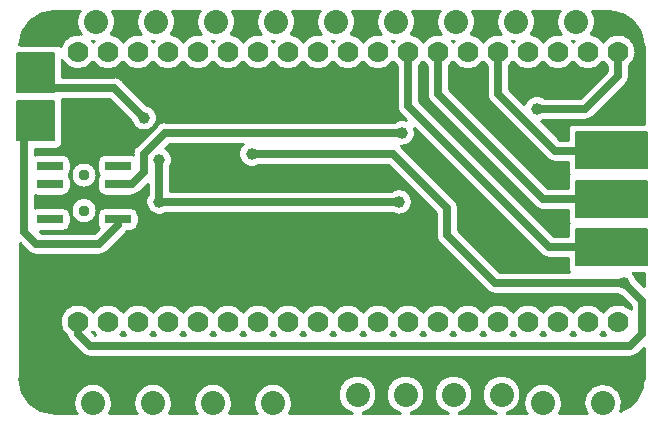
<source format=gbl>
G04 Generated by Ultiboard 12.0 *
%FSLAX25Y25*%
%MOIN*%

%ADD10C,0.00001*%
%ADD11C,0.00500*%
%ADD12C,0.01000*%
%ADD13C,0.02500*%
%ADD14C,0.08000*%
%ADD15C,0.07000*%
%ADD16C,0.03701*%
%ADD17R,0.08661X0.02953*%
%ADD18C,0.03937*%


G04 ColorRGB 0000FF for the following layer *
%LNCopper Bottom*%
%LPD*%
G54D10*
G36*
X82402Y85232D02*
G75*
D01*
G02X76914Y92232I-2407J3764*
G01*
X76914Y92232D01*
X52561Y92232D01*
X51212Y90883D01*
G75*
D01*
G02X52768Y84598I-2211J-3883*
G01*
X52768Y84598D01*
X52768Y76768D01*
X126598Y76768D01*
G75*
D01*
G02X126598Y69232I2401J-3768*
G01*
X126598Y69232D01*
X51402Y69232D01*
G75*
D01*
G02X45232Y75402I-2404J3766*
G01*
X45232Y75402D01*
X45232Y78903D01*
X42620Y76292D01*
G74*
D01*
G02X40925Y75312I2668J2659*
G01*
G74*
D01*
G02X39650Y74964I1275J2163*
G01*
X39650Y74964D01*
X30988Y74964D01*
G75*
D01*
G02X28476Y77476I0J2512*
G01*
X28476Y77476D01*
X28476Y80429D01*
G74*
D01*
G02X28956Y81906I2512J0*
G01*
G75*
D01*
G02X28476Y83382I2031J1477*
G01*
X28476Y83382D01*
X28476Y86335D01*
G75*
D01*
G02X30988Y88847I2512J0*
G01*
X30988Y88847D01*
X39650Y88847D01*
G74*
D01*
G02X40232Y88778I3J2512*
G01*
X40232Y88778D01*
X40232Y88997D01*
G75*
D01*
G02X41336Y91664I3768J2*
G01*
X41336Y91664D01*
X41646Y91975D01*
X41998Y92327D01*
X48336Y98664D01*
G75*
D01*
G02X51002Y99768I2664J-2663*
G01*
X51002Y99768D01*
X127598Y99768D01*
G75*
D01*
G02X131441Y100230I2402J-3767*
G01*
X131441Y100230D01*
X129336Y102336D01*
G75*
D01*
G02X128232Y105006I2663J2664*
G01*
X128232Y105006D01*
X128232Y118331D01*
G74*
D01*
G02X127000Y119683I3766J4669*
G01*
G75*
D01*
G02X117000Y119683I-5000J3317*
G01*
G75*
D01*
G02X107000Y119683I-5000J3317*
G01*
G75*
D01*
G02X97000Y119683I-5000J3317*
G01*
G75*
D01*
G02X87000Y119683I-5000J3317*
G01*
G75*
D01*
G02X77000Y119683I-5000J3317*
G01*
G75*
D01*
G02X67000Y119683I-5000J3317*
G01*
G75*
D01*
G02X57000Y119683I-5000J3317*
G01*
G75*
D01*
G02X47000Y119683I-5000J3317*
G01*
G75*
D01*
G02X37000Y119683I-5000J3317*
G01*
G75*
D01*
G02X27000Y119683I-5000J3317*
G01*
G75*
D01*
G02X16750Y120095I-5000J3317*
G01*
X16750Y120095D01*
X16750Y114768D01*
X34000Y114768D01*
G74*
D01*
G02X36668Y113661I0J3768*
G01*
X36668Y113661D01*
X44966Y105363D01*
G75*
D01*
G02X39637Y100034I-967J-4362*
G01*
X39637Y100034D01*
X32439Y107232D01*
X16750Y107232D01*
X16750Y92370D01*
G75*
D01*
G02X16700Y91975I-1588J0*
G01*
X16700Y91975D01*
X16700Y91975D01*
G74*
D01*
G02X15162Y90782I1537J394*
G01*
X15162Y90782D01*
X7768Y90782D01*
X7768Y88778D01*
G75*
D01*
G02X8350Y88847I585J-2442*
G01*
X8350Y88847D01*
X17012Y88847D01*
G74*
D01*
G02X19524Y86335I0J2512*
G01*
X19524Y86335D01*
X19524Y83382D01*
G75*
D01*
G02X19044Y81906I-2512J1*
G01*
G74*
D01*
G02X19524Y80429I2032J1477*
G01*
X19524Y80429D01*
X19524Y77476D01*
G75*
D01*
G02X17012Y74964I-2512J0*
G01*
X17012Y74964D01*
X8350Y74964D01*
G75*
D01*
G02X7768Y75033I3J2512*
G01*
X7768Y75033D01*
X7768Y71062D01*
G75*
D01*
G02X8350Y71130I581J-2444*
G01*
X8350Y71130D01*
X17012Y71130D01*
G74*
D01*
G02X19524Y68618I0J2512*
G01*
X19524Y68618D01*
X19524Y65665D01*
G75*
D01*
G02X17012Y63153I-2512J0*
G01*
X17012Y63153D01*
X9176Y63153D01*
X9561Y62768D01*
X27439Y62768D01*
X28916Y64245D01*
G75*
D01*
G02X28476Y65665I2071J1420*
G01*
X28476Y65665D01*
X28476Y68618D01*
G75*
D01*
G02X30988Y71130I2512J0*
G01*
X30988Y71130D01*
X39650Y71130D01*
G74*
D01*
G02X42162Y68618I0J2512*
G01*
X42162Y68618D01*
X42162Y65665D01*
G75*
D01*
G02X39650Y63153I-2512J0*
G01*
X39650Y63153D01*
X38403Y63153D01*
G74*
D01*
G02X37980Y62651I3082J2168*
G01*
X37980Y62651D01*
X31668Y56339D01*
G74*
D01*
G02X30094Y55394I2668J2661*
G01*
G75*
D01*
G02X28996Y55232I-1093J3606*
G01*
X28996Y55232D01*
X8000Y55232D01*
G75*
D01*
G02X7061Y55351I0J3768*
G01*
G74*
D01*
G02X5336Y56336I939J3648*
G01*
X5336Y56336D01*
X2512Y59159D01*
X2512Y14115D01*
G74*
D01*
G02X2513Y14036I2512J71*
G01*
G75*
D01*
G03X14036Y2513I11523J0*
G01*
G74*
D01*
G02X14115Y2512I8J2513*
G01*
X14115Y2512D01*
X21515Y2512D01*
G75*
D01*
G02X32485Y2512I5485J3488*
G01*
X32485Y2512D01*
X41515Y2512D01*
G75*
D01*
G02X52485Y2512I5485J3488*
G01*
X52485Y2512D01*
X61515Y2512D01*
G75*
D01*
G02X72485Y2512I5485J3488*
G01*
X72485Y2512D01*
X81515Y2512D01*
G75*
D01*
G02X92485Y2512I5485J3488*
G01*
X92485Y2512D01*
X113349Y2512D01*
G75*
D01*
G02X116988Y2512I1820J6239*
G01*
X116988Y2512D01*
X129349Y2512D01*
G75*
D01*
G02X132988Y2512I1820J6239*
G01*
X132988Y2512D01*
X145349Y2512D01*
G75*
D01*
G02X148988Y2512I1820J6239*
G01*
X148988Y2512D01*
X161349Y2512D01*
G75*
D01*
G02X164988Y2512I1820J6239*
G01*
X164988Y2512D01*
X171515Y2512D01*
G75*
D01*
G02X182485Y2512I5485J3488*
G01*
X182485Y2512D01*
X191515Y2512D01*
G75*
D01*
G02X202863Y3193I5485J3488*
G01*
G75*
D01*
G03X210487Y14036I-3898J10843*
G01*
G74*
D01*
G02X210488Y14115I2513J8*
G01*
X210488Y14115D01*
X210488Y24159D01*
X208668Y22339D01*
G74*
D01*
G02X206000Y21232I2668J2661*
G01*
X206000Y21232D01*
X26003Y21232D01*
G75*
D01*
G02X23336Y22336I-2J3768*
G01*
X23336Y22336D01*
X19336Y26336D01*
G74*
D01*
G02X18302Y28275I2662J2665*
G01*
G75*
D01*
G02X27000Y36317I3699J4724*
G01*
G75*
D01*
G02X37000Y36317I5000J-3317*
G01*
G75*
D01*
G02X47000Y36317I5000J-3317*
G01*
G75*
D01*
G02X57000Y36317I5000J-3317*
G01*
G75*
D01*
G02X67000Y36317I5000J-3317*
G01*
G75*
D01*
G02X77000Y36317I5000J-3317*
G01*
G75*
D01*
G02X87000Y36317I5000J-3317*
G01*
G75*
D01*
G02X97000Y36317I5000J-3317*
G01*
G75*
D01*
G02X107000Y36317I5000J-3317*
G01*
G75*
D01*
G02X117000Y36317I5000J-3317*
G01*
G75*
D01*
G02X127000Y36317I5000J-3317*
G01*
G75*
D01*
G02X137000Y36317I5000J-3317*
G01*
G75*
D01*
G02X147000Y36317I5000J-3317*
G01*
G75*
D01*
G02X157000Y36317I5000J-3317*
G01*
G75*
D01*
G02X167000Y36317I5000J-3317*
G01*
G75*
D01*
G02X177000Y36317I5000J-3317*
G01*
G75*
D01*
G02X187000Y36317I5000J-3317*
G01*
G75*
D01*
G02X197000Y36317I5000J-3317*
G01*
G75*
D01*
G02X206232Y37253I5000J-3317*
G01*
X206232Y37253D01*
X206232Y38439D01*
X203034Y41637D01*
G74*
D01*
G02X201598Y42232I966J4362*
G01*
X201598Y42232D01*
X161001Y42232D01*
G75*
D01*
G02X158336Y43336I0J3768*
G01*
X158336Y43336D01*
X142336Y59336D01*
G75*
D01*
G02X141232Y62003I2663J2664*
G01*
X141232Y62003D01*
X141232Y69439D01*
X125439Y85232D01*
X82402Y85232D01*
D02*
G37*
%LPC*%
G36*
X19650Y70094D02*
G75*
D01*
G02X19650Y70094I4350J0*
G01*
D02*
G37*
G36*
X19650Y81906D02*
G75*
D01*
G02X19650Y81906I4350J0*
G01*
D02*
G37*
%LPD*%
G36*
X135768Y118331D02*
X135768Y118331D01*
X135768Y106561D01*
X150354Y91975D01*
X150354Y91975D01*
X180561Y61768D01*
X185250Y61768D01*
X185250Y65162D01*
G74*
D01*
G02X185489Y66000I1588J0*
G01*
G75*
D01*
G02X185250Y66838I1349J838*
G01*
X185250Y66838D01*
X185250Y70232D01*
X177000Y70232D01*
G75*
D01*
G02X176377Y70284I1J3768*
G01*
G74*
D01*
G02X174336Y71336I623J3715*
G01*
X174336Y71336D01*
X153696Y91975D01*
X153696Y91975D01*
X139336Y106336D01*
G75*
D01*
G02X138232Y109007I2663J2664*
G01*
X138232Y109007D01*
X138232Y118331D01*
G74*
D01*
G02X137000Y119683I3766J4669*
G01*
G74*
D01*
G02X135768Y118331I4999J3318*
G01*
D02*
G37*
G36*
X134230Y97441D02*
G75*
D01*
G02X129793Y91536I-4229J-1442*
G01*
X129793Y91536D01*
X147661Y73668D01*
G74*
D01*
G02X148768Y71000I2661J2668*
G01*
X148768Y71000D01*
X148768Y63561D01*
X162561Y49768D01*
X185664Y49768D01*
G75*
D01*
G02X185250Y50838I1174J1069*
G01*
X185250Y50838D01*
X185250Y54232D01*
X179000Y54232D01*
G75*
D01*
G02X177763Y54441I0J3768*
G01*
G74*
D01*
G02X176336Y55336I1237J3558*
G01*
X176336Y55336D01*
X139696Y91975D01*
X134230Y97441D01*
D02*
G37*
G36*
X145768Y118331D02*
X145768Y118331D01*
X145768Y110561D01*
X164354Y91975D01*
X164354Y91975D01*
X178561Y77768D01*
X185250Y77768D01*
X185250Y81162D01*
G74*
D01*
G02X185586Y82139I1588J0*
G01*
G75*
D01*
G02X185329Y83004I1330J866*
G01*
X185329Y83004D01*
X185329Y86232D01*
X181004Y86232D01*
G75*
D01*
G02X178336Y87336I-3J3768*
G01*
X178336Y87336D01*
X159336Y106336D01*
G75*
D01*
G02X158232Y109005I2663J2664*
G01*
X158232Y109005D01*
X158232Y118331D01*
G74*
D01*
G02X157000Y119683I3766J4669*
G01*
G75*
D01*
G02X147000Y119683I-5000J3317*
G01*
G74*
D01*
G02X145768Y118331I4999J3318*
G01*
D02*
G37*
G36*
X185329Y97328D02*
G75*
D01*
G02X186917Y98916I1588J0*
G01*
X186917Y98916D01*
X210488Y98916D01*
X210488Y124885D01*
G75*
D01*
G02X210487Y124964I2512J71*
G01*
G74*
D01*
G03X198964Y136487I11523J0*
G01*
G75*
D01*
G02X198885Y136488I-8J2513*
G01*
X198885Y136488D01*
X193485Y136488D01*
G75*
D01*
G02X193050Y128907I-5485J-3488*
G01*
G74*
D01*
G02X197000Y126317I1049J5907*
G01*
G75*
D01*
G02X205768Y118331I5000J-3317*
G01*
X205768Y118331D01*
X205768Y115000D01*
G75*
D01*
G02X204661Y112332I-3768J0*
G01*
X204661Y112332D01*
X193668Y101339D01*
G74*
D01*
G02X191000Y100232I2668J2661*
G01*
X191000Y100232D01*
X177402Y100232D01*
G74*
D01*
G02X176528Y99801I2401J3768*
G01*
X176528Y99801D01*
X182561Y93768D01*
X185329Y93768D01*
X185329Y97328D01*
D02*
G37*
G36*
X187000Y119683D02*
G75*
D01*
G02X177000Y119683I-5000J3317*
G01*
G75*
D01*
G02X167000Y119683I-5000J3317*
G01*
G74*
D01*
G02X165768Y118331I4999J3318*
G01*
X165768Y118331D01*
X165768Y110561D01*
X170801Y105528D01*
G75*
D01*
G02X177402Y107768I4199J-1527*
G01*
X177402Y107768D01*
X189439Y107768D01*
X198232Y116561D01*
X198232Y118331D01*
G74*
D01*
G02X197000Y119683I3766J4669*
G01*
G75*
D01*
G02X187000Y119683I-5000J3317*
G01*
D02*
G37*
G36*
X211744Y64000D02*
X211744Y64000D01*
X211744Y52000D01*
X188000Y52000D01*
X188000Y64000D01*
X211744Y64000D01*
D02*
G37*
G36*
X211744Y80000D02*
X211744Y80000D01*
X211744Y68000D01*
X188000Y68000D01*
X188000Y80000D01*
X211744Y80000D01*
D02*
G37*
G36*
X211744Y96166D02*
X211744Y96166D01*
X211744Y84166D01*
X188079Y84166D01*
X188079Y96166D01*
X211744Y96166D01*
D02*
G37*
G36*
X22515Y136488D02*
X22515Y136488D01*
X14115Y136488D01*
G74*
D01*
G02X14036Y136487I71J2512*
G01*
G75*
D01*
G03X2518Y125282I1J-11523*
G01*
X2518Y125282D01*
X15162Y125282D01*
G74*
D01*
G02X16282Y124819I1J1588*
G01*
G75*
D01*
G02X22935Y128927I5718J-1819*
G01*
G75*
D01*
G02X22515Y136488I5064J4073*
G01*
D02*
G37*
G36*
X14000Y93532D02*
X14000Y93532D01*
X14000Y106532D01*
X1500Y106532D01*
X1500Y93532D01*
X14000Y93532D01*
D02*
G37*
G36*
X14000Y109532D02*
X14000Y109532D01*
X14000Y122532D01*
X1500Y122532D01*
X1500Y109532D01*
X14000Y109532D01*
D02*
G37*
G36*
X157000Y126317D02*
G75*
D01*
G02X162935Y128927I5000J-3317*
G01*
G75*
D01*
G02X162515Y136488I5064J4073*
G01*
X162515Y136488D01*
X153485Y136488D01*
G75*
D01*
G02X153050Y128907I-5485J-3488*
G01*
G74*
D01*
G02X157000Y126317I1049J5907*
G01*
D02*
G37*
G36*
X177000Y126317D02*
G75*
D01*
G02X182935Y128927I5000J-3317*
G01*
G75*
D01*
G02X182515Y136488I5064J4073*
G01*
X182515Y136488D01*
X173485Y136488D01*
G75*
D01*
G02X173050Y128907I-5485J-3488*
G01*
G74*
D01*
G02X177000Y126317I1049J5907*
G01*
D02*
G37*
G36*
X42935Y128927D02*
G75*
D01*
G02X42515Y136488I5064J4073*
G01*
X42515Y136488D01*
X33485Y136488D01*
G75*
D01*
G02X33050Y128907I-5485J-3488*
G01*
G74*
D01*
G02X37000Y126317I1049J5907*
G01*
G75*
D01*
G02X42935Y128927I5000J-3317*
G01*
D02*
G37*
G36*
X62515Y136488D02*
X62515Y136488D01*
X53485Y136488D01*
G75*
D01*
G02X53050Y128907I-5485J-3488*
G01*
G74*
D01*
G02X57000Y126317I1049J5907*
G01*
G75*
D01*
G02X62935Y128927I5000J-3317*
G01*
G75*
D01*
G02X62515Y136488I5064J4073*
G01*
D02*
G37*
G36*
X82935Y128927D02*
G75*
D01*
G02X82515Y136488I5064J4073*
G01*
X82515Y136488D01*
X73485Y136488D01*
G75*
D01*
G02X73050Y128907I-5485J-3488*
G01*
G74*
D01*
G02X77000Y126317I1049J5907*
G01*
G75*
D01*
G02X82935Y128927I5000J-3317*
G01*
D02*
G37*
G36*
X97000Y126317D02*
G75*
D01*
G02X102935Y128927I5000J-3317*
G01*
G75*
D01*
G02X102515Y136488I5064J4073*
G01*
X102515Y136488D01*
X93485Y136488D01*
G75*
D01*
G02X93050Y128907I-5485J-3488*
G01*
G74*
D01*
G02X97000Y126317I1049J5907*
G01*
D02*
G37*
G36*
X117000Y126317D02*
G75*
D01*
G02X122935Y128927I5000J-3317*
G01*
G75*
D01*
G02X122515Y136488I5064J4073*
G01*
X122515Y136488D01*
X113485Y136488D01*
G75*
D01*
G02X113050Y128907I-5485J-3488*
G01*
G74*
D01*
G02X117000Y126317I1049J5907*
G01*
D02*
G37*
G36*
X137000Y126317D02*
G75*
D01*
G02X142935Y128927I5000J-3317*
G01*
G75*
D01*
G02X142515Y136488I5064J4073*
G01*
X142515Y136488D01*
X133485Y136488D01*
G75*
D01*
G02X133050Y128907I-5485J-3488*
G01*
G74*
D01*
G02X137000Y126317I1049J5907*
G01*
D02*
G37*
G36*
X207067Y49250D02*
X207067Y49250D01*
X210488Y49250D01*
X210488Y44841D01*
X208363Y46966D01*
G74*
D01*
G03X207067Y49250I4362J966*
G01*
D02*
G37*
G36*
X107000Y29683D02*
G74*
D01*
G02X106253Y28768I4999J3319*
G01*
X106253Y28768D01*
X107747Y28768D01*
G74*
D01*
G02X107000Y29683I4251J4233*
G01*
D02*
G37*
G36*
X117000Y29683D02*
G74*
D01*
G02X116253Y28768I4999J3319*
G01*
X116253Y28768D01*
X117747Y28768D01*
G74*
D01*
G02X117000Y29683I4251J4233*
G01*
D02*
G37*
G36*
X127000Y29683D02*
G74*
D01*
G02X126253Y28768I4999J3319*
G01*
X126253Y28768D01*
X127747Y28768D01*
G74*
D01*
G02X127000Y29683I4251J4233*
G01*
D02*
G37*
G36*
X87000Y29683D02*
G74*
D01*
G02X86253Y28768I4999J3319*
G01*
X86253Y28768D01*
X87747Y28768D01*
G74*
D01*
G02X87000Y29683I4251J4233*
G01*
D02*
G37*
G36*
X37000Y29683D02*
G74*
D01*
G02X36253Y28768I4999J3319*
G01*
X36253Y28768D01*
X37747Y28768D01*
G74*
D01*
G02X37000Y29683I4251J4233*
G01*
D02*
G37*
G36*
X47000Y29683D02*
G74*
D01*
G02X46253Y28768I4999J3319*
G01*
X46253Y28768D01*
X47747Y28768D01*
G74*
D01*
G02X47000Y29683I4251J4233*
G01*
D02*
G37*
G36*
X57000Y29683D02*
G74*
D01*
G02X56253Y28768I4999J3319*
G01*
X56253Y28768D01*
X57747Y28768D01*
G74*
D01*
G02X57000Y29683I4251J4233*
G01*
D02*
G37*
G36*
X67000Y29683D02*
G74*
D01*
G02X66253Y28768I4999J3319*
G01*
X66253Y28768D01*
X67747Y28768D01*
G74*
D01*
G02X67000Y29683I4251J4233*
G01*
D02*
G37*
G36*
X77000Y29683D02*
G74*
D01*
G02X76253Y28768I4999J3319*
G01*
X76253Y28768D01*
X77747Y28768D01*
G74*
D01*
G02X77000Y29683I4251J4233*
G01*
D02*
G37*
G36*
X97747Y28768D02*
G74*
D01*
G02X97000Y29683I4251J4233*
G01*
G74*
D01*
G02X96253Y28768I4999J3319*
G01*
X96253Y28768D01*
X97747Y28768D01*
D02*
G37*
G36*
X137000Y29683D02*
G74*
D01*
G02X136253Y28768I4999J3319*
G01*
X136253Y28768D01*
X137747Y28768D01*
G74*
D01*
G02X137000Y29683I4251J4233*
G01*
D02*
G37*
G36*
X197000Y29683D02*
G74*
D01*
G03X197747Y28768I4999J3319*
G01*
X197747Y28768D01*
X196253Y28768D01*
G74*
D01*
G03X197000Y29683I4251J4233*
G01*
D02*
G37*
G36*
X186253Y28768D02*
X186253Y28768D01*
X187747Y28768D01*
G74*
D01*
G02X187000Y29683I4251J4233*
G01*
G74*
D01*
G02X186253Y28768I4999J3319*
G01*
D02*
G37*
G36*
X177000Y29683D02*
G74*
D01*
G02X176253Y28768I4999J3319*
G01*
X176253Y28768D01*
X177747Y28768D01*
G74*
D01*
G02X177000Y29683I4251J4233*
G01*
D02*
G37*
G36*
X167000Y29683D02*
G74*
D01*
G02X166253Y28768I4999J3319*
G01*
X166253Y28768D01*
X167747Y28768D01*
G74*
D01*
G02X167000Y29683I4251J4233*
G01*
D02*
G37*
G36*
X157000Y29683D02*
G74*
D01*
G02X156253Y28768I4999J3319*
G01*
X156253Y28768D01*
X157747Y28768D01*
G74*
D01*
G02X157000Y29683I4251J4233*
G01*
D02*
G37*
G36*
X147000Y29683D02*
G74*
D01*
G02X146253Y28768I4999J3319*
G01*
X146253Y28768D01*
X147747Y28768D01*
G74*
D01*
G02X147000Y29683I4251J4233*
G01*
D02*
G37*
G36*
X27000Y29683D02*
G74*
D01*
G02X26855Y29474I5001J3315*
G01*
X26855Y29474D01*
X27561Y28768D01*
X27747Y28768D01*
G74*
D01*
G02X27000Y29683I4251J4233*
G01*
D02*
G37*
G36*
X67166Y126554D02*
G74*
D01*
G02X66790Y126614I836J6445*
G01*
G74*
D01*
G02X67000Y126317I4792J3611*
G01*
G74*
D01*
G02X67166Y126554I4996J3323*
G01*
D02*
G37*
G36*
X86790Y126614D02*
G74*
D01*
G02X87000Y126317I4792J3611*
G01*
G74*
D01*
G02X87166Y126554I4996J3323*
G01*
G74*
D01*
G02X86790Y126614I836J6445*
G01*
D02*
G37*
G36*
X107000Y126317D02*
G74*
D01*
G02X107166Y126554I4996J3323*
G01*
G74*
D01*
G02X106790Y126614I836J6445*
G01*
G74*
D01*
G02X107000Y126317I4792J3611*
G01*
D02*
G37*
G36*
X127000Y126317D02*
G74*
D01*
G02X127166Y126554I4996J3323*
G01*
G74*
D01*
G02X126790Y126614I836J6445*
G01*
G74*
D01*
G02X127000Y126317I4792J3611*
G01*
D02*
G37*
G36*
X27166Y126554D02*
G74*
D01*
G02X26790Y126614I836J6445*
G01*
G74*
D01*
G02X27000Y126317I4792J3611*
G01*
G74*
D01*
G02X27166Y126554I4996J3323*
G01*
D02*
G37*
G36*
X46790Y126614D02*
G74*
D01*
G02X47000Y126317I4792J3611*
G01*
G74*
D01*
G02X47166Y126554I4996J3323*
G01*
G74*
D01*
G02X46790Y126614I836J6445*
G01*
D02*
G37*
G36*
X147000Y126317D02*
G74*
D01*
G02X147166Y126554I4996J3323*
G01*
G74*
D01*
G02X146790Y126614I836J6445*
G01*
G74*
D01*
G02X147000Y126317I4792J3611*
G01*
D02*
G37*
G36*
X167000Y126317D02*
G74*
D01*
G02X167166Y126554I4996J3323*
G01*
G74*
D01*
G02X166790Y126614I836J6445*
G01*
G74*
D01*
G02X167000Y126317I4792J3611*
G01*
D02*
G37*
G36*
X187000Y126317D02*
G74*
D01*
G03X186790Y126614I5002J3314*
G01*
G74*
D01*
G03X187166Y126554I1212J6385*
G01*
G74*
D01*
G03X187000Y126317I4829J3559*
G01*
D02*
G37*
G54D11*
X211744Y64000D02*
X211744Y52000D01*
X188000Y52000D01*
X188000Y64000D01*
X211744Y64000D01*
X211744Y80000D02*
X211744Y68000D01*
X188000Y68000D01*
X188000Y80000D01*
X211744Y80000D01*
X211744Y96166D02*
X211744Y84166D01*
X188079Y84166D01*
X188079Y96166D01*
X211744Y96166D01*
X14000Y93532D02*
X14000Y106532D01*
X1500Y106532D01*
X1500Y93532D01*
X14000Y93532D01*
X14000Y109532D02*
X14000Y122532D01*
X1500Y122532D01*
X1500Y109532D01*
X14000Y109532D01*
G54D12*
X19650Y70094D02*
G75*
D01*
G02X19650Y70094I4350J0*
G01*
X19650Y81906D02*
G75*
D01*
G02X19650Y81906I4350J0*
G01*
X82402Y85232D02*
G75*
D01*
G02X76914Y92232I-2407J3764*
G01*
X52561Y92232D01*
X51212Y90883D01*
G75*
D01*
G02X52768Y84598I-2211J-3883*
G01*
X52768Y76768D01*
X126598Y76768D01*
G75*
D01*
G02X126598Y69232I2401J-3768*
G01*
X51402Y69232D01*
G75*
D01*
G02X45232Y75402I-2404J3766*
G01*
X45232Y78903D01*
X42620Y76292D01*
G74*
D01*
G02X40925Y75312I2668J2659*
G01*
G74*
D01*
G02X39650Y74964I1275J2163*
G01*
X30988Y74964D01*
G75*
D01*
G02X28476Y77476I0J2512*
G01*
X28476Y80429D01*
G74*
D01*
G02X28956Y81906I2512J0*
G01*
G75*
D01*
G02X28476Y83382I2031J1477*
G01*
X28476Y86335D01*
G75*
D01*
G02X30988Y88847I2512J0*
G01*
X39650Y88847D01*
G74*
D01*
G02X40232Y88778I3J2512*
G01*
X40232Y88997D01*
G75*
D01*
G02X41336Y91664I3768J2*
G01*
X41646Y91975D01*
X41998Y92327D01*
X48336Y98664D01*
G75*
D01*
G02X51002Y99768I2664J-2663*
G01*
X127598Y99768D01*
G75*
D01*
G02X131441Y100230I2402J-3767*
G01*
X129336Y102336D01*
G75*
D01*
G02X128232Y105006I2663J2664*
G01*
X128232Y118331D01*
G74*
D01*
G02X127000Y119683I3766J4669*
G01*
G75*
D01*
G02X117000Y119683I-5000J3317*
G01*
G75*
D01*
G02X107000Y119683I-5000J3317*
G01*
G75*
D01*
G02X97000Y119683I-5000J3317*
G01*
G75*
D01*
G02X87000Y119683I-5000J3317*
G01*
G75*
D01*
G02X77000Y119683I-5000J3317*
G01*
G75*
D01*
G02X67000Y119683I-5000J3317*
G01*
G75*
D01*
G02X57000Y119683I-5000J3317*
G01*
G75*
D01*
G02X47000Y119683I-5000J3317*
G01*
G75*
D01*
G02X37000Y119683I-5000J3317*
G01*
G75*
D01*
G02X27000Y119683I-5000J3317*
G01*
G75*
D01*
G02X16750Y120095I-5000J3317*
G01*
X16750Y114768D01*
X34000Y114768D01*
G74*
D01*
G02X36668Y113661I0J3768*
G01*
X44966Y105363D01*
G75*
D01*
G02X39637Y100034I-967J-4362*
G01*
X32439Y107232D01*
X16750Y107232D01*
X16750Y92370D01*
G75*
D01*
G02X16700Y91975I-1588J0*
G01*
X16700Y91975D01*
G74*
D01*
G02X15162Y90782I1537J394*
G01*
X7768Y90782D01*
X7768Y88778D01*
G75*
D01*
G02X8350Y88847I585J-2442*
G01*
X17012Y88847D01*
G74*
D01*
G02X19524Y86335I0J2512*
G01*
X19524Y83382D01*
G75*
D01*
G02X19044Y81906I-2512J1*
G01*
G74*
D01*
G02X19524Y80429I2032J1477*
G01*
X19524Y77476D01*
G75*
D01*
G02X17012Y74964I-2512J0*
G01*
X8350Y74964D01*
G75*
D01*
G02X7768Y75033I3J2512*
G01*
X7768Y71062D01*
G75*
D01*
G02X8350Y71130I581J-2444*
G01*
X17012Y71130D01*
G74*
D01*
G02X19524Y68618I0J2512*
G01*
X19524Y65665D01*
G75*
D01*
G02X17012Y63153I-2512J0*
G01*
X9176Y63153D01*
X9561Y62768D01*
X27439Y62768D01*
X28916Y64245D01*
G75*
D01*
G02X28476Y65665I2071J1420*
G01*
X28476Y68618D01*
G75*
D01*
G02X30988Y71130I2512J0*
G01*
X39650Y71130D01*
G74*
D01*
G02X42162Y68618I0J2512*
G01*
X42162Y65665D01*
G75*
D01*
G02X39650Y63153I-2512J0*
G01*
X38403Y63153D01*
G74*
D01*
G02X37980Y62651I3082J2168*
G01*
X31668Y56339D01*
G74*
D01*
G02X30094Y55394I2668J2661*
G01*
G75*
D01*
G02X28996Y55232I-1093J3606*
G01*
X8000Y55232D01*
G75*
D01*
G02X7061Y55351I0J3768*
G01*
G74*
D01*
G02X5336Y56336I939J3648*
G01*
X2512Y59159D01*
X2512Y14115D01*
G74*
D01*
G02X2513Y14036I2512J71*
G01*
G75*
D01*
G03X14036Y2513I11523J0*
G01*
G74*
D01*
G02X14115Y2512I8J2513*
G01*
X21515Y2512D01*
G75*
D01*
G02X32485Y2512I5485J3488*
G01*
X41515Y2512D01*
G75*
D01*
G02X52485Y2512I5485J3488*
G01*
X61515Y2512D01*
G75*
D01*
G02X72485Y2512I5485J3488*
G01*
X81515Y2512D01*
G75*
D01*
G02X92485Y2512I5485J3488*
G01*
X113349Y2512D01*
G75*
D01*
G02X116988Y2512I1820J6239*
G01*
X129349Y2512D01*
G75*
D01*
G02X132988Y2512I1820J6239*
G01*
X145349Y2512D01*
G75*
D01*
G02X148988Y2512I1820J6239*
G01*
X161349Y2512D01*
G75*
D01*
G02X164988Y2512I1820J6239*
G01*
X171515Y2512D01*
G75*
D01*
G02X182485Y2512I5485J3488*
G01*
X191515Y2512D01*
G75*
D01*
G02X202863Y3193I5485J3488*
G01*
G75*
D01*
G03X210487Y14036I-3898J10843*
G01*
G74*
D01*
G02X210488Y14115I2513J8*
G01*
X210488Y24159D01*
X208668Y22339D01*
G74*
D01*
G02X206000Y21232I2668J2661*
G01*
X26003Y21232D01*
G75*
D01*
G02X23336Y22336I-2J3768*
G01*
X19336Y26336D01*
G74*
D01*
G02X18302Y28275I2662J2665*
G01*
G75*
D01*
G02X27000Y36317I3699J4724*
G01*
G75*
D01*
G02X37000Y36317I5000J-3317*
G01*
G75*
D01*
G02X47000Y36317I5000J-3317*
G01*
G75*
D01*
G02X57000Y36317I5000J-3317*
G01*
G75*
D01*
G02X67000Y36317I5000J-3317*
G01*
G75*
D01*
G02X77000Y36317I5000J-3317*
G01*
G75*
D01*
G02X87000Y36317I5000J-3317*
G01*
G75*
D01*
G02X97000Y36317I5000J-3317*
G01*
G75*
D01*
G02X107000Y36317I5000J-3317*
G01*
G75*
D01*
G02X117000Y36317I5000J-3317*
G01*
G75*
D01*
G02X127000Y36317I5000J-3317*
G01*
G75*
D01*
G02X137000Y36317I5000J-3317*
G01*
G75*
D01*
G02X147000Y36317I5000J-3317*
G01*
G75*
D01*
G02X157000Y36317I5000J-3317*
G01*
G75*
D01*
G02X167000Y36317I5000J-3317*
G01*
G75*
D01*
G02X177000Y36317I5000J-3317*
G01*
G75*
D01*
G02X187000Y36317I5000J-3317*
G01*
G75*
D01*
G02X197000Y36317I5000J-3317*
G01*
G75*
D01*
G02X206232Y37253I5000J-3317*
G01*
X206232Y38439D01*
X203034Y41637D01*
G74*
D01*
G02X201598Y42232I966J4362*
G01*
X161001Y42232D01*
G75*
D01*
G02X158336Y43336I0J3768*
G01*
X142336Y59336D01*
G75*
D01*
G02X141232Y62003I2663J2664*
G01*
X141232Y69439D01*
X125439Y85232D01*
X82402Y85232D01*
X27000Y29683D02*
G74*
D01*
G02X26855Y29474I5001J3315*
G01*
X27561Y28768D01*
X27747Y28768D01*
G74*
D01*
G02X27000Y29683I4251J4233*
G01*
X37000Y29683D02*
G74*
D01*
G02X36253Y28768I4999J3319*
G01*
X37747Y28768D01*
G74*
D01*
G02X37000Y29683I4251J4233*
G01*
X47000Y29683D02*
G74*
D01*
G02X46253Y28768I4999J3319*
G01*
X47747Y28768D01*
G74*
D01*
G02X47000Y29683I4251J4233*
G01*
X57000Y29683D02*
G74*
D01*
G02X56253Y28768I4999J3319*
G01*
X57747Y28768D01*
G74*
D01*
G02X57000Y29683I4251J4233*
G01*
X67000Y29683D02*
G74*
D01*
G02X66253Y28768I4999J3319*
G01*
X67747Y28768D01*
G74*
D01*
G02X67000Y29683I4251J4233*
G01*
X77000Y29683D02*
G74*
D01*
G02X76253Y28768I4999J3319*
G01*
X77747Y28768D01*
G74*
D01*
G02X77000Y29683I4251J4233*
G01*
X87000Y29683D02*
G74*
D01*
G02X86253Y28768I4999J3319*
G01*
X87747Y28768D01*
G74*
D01*
G02X87000Y29683I4251J4233*
G01*
X97747Y28768D02*
G74*
D01*
G02X97000Y29683I4251J4233*
G01*
G74*
D01*
G02X96253Y28768I4999J3319*
G01*
X97747Y28768D01*
X107000Y29683D02*
G74*
D01*
G02X106253Y28768I4999J3319*
G01*
X107747Y28768D01*
G74*
D01*
G02X107000Y29683I4251J4233*
G01*
X117000Y29683D02*
G74*
D01*
G02X116253Y28768I4999J3319*
G01*
X117747Y28768D01*
G74*
D01*
G02X117000Y29683I4251J4233*
G01*
X127000Y29683D02*
G74*
D01*
G02X126253Y28768I4999J3319*
G01*
X127747Y28768D01*
G74*
D01*
G02X127000Y29683I4251J4233*
G01*
X137000Y29683D02*
G74*
D01*
G02X136253Y28768I4999J3319*
G01*
X137747Y28768D01*
G74*
D01*
G02X137000Y29683I4251J4233*
G01*
X147000Y29683D02*
G74*
D01*
G02X146253Y28768I4999J3319*
G01*
X147747Y28768D01*
G74*
D01*
G02X147000Y29683I4251J4233*
G01*
X157000Y29683D02*
G74*
D01*
G02X156253Y28768I4999J3319*
G01*
X157747Y28768D01*
G74*
D01*
G02X157000Y29683I4251J4233*
G01*
X167000Y29683D02*
G74*
D01*
G02X166253Y28768I4999J3319*
G01*
X167747Y28768D01*
G74*
D01*
G02X167000Y29683I4251J4233*
G01*
X177000Y29683D02*
G74*
D01*
G02X176253Y28768I4999J3319*
G01*
X177747Y28768D01*
G74*
D01*
G02X177000Y29683I4251J4233*
G01*
X186253Y28768D02*
X187747Y28768D01*
G74*
D01*
G02X187000Y29683I4251J4233*
G01*
G74*
D01*
G02X186253Y28768I4999J3319*
G01*
X197000Y29683D02*
G74*
D01*
G03X197747Y28768I4999J3319*
G01*
X196253Y28768D01*
G74*
D01*
G03X197000Y29683I4251J4233*
G01*
X207067Y49250D02*
X210488Y49250D01*
X210488Y44841D01*
X208363Y46966D01*
G74*
D01*
G03X207067Y49250I4362J966*
G01*
X134230Y97441D02*
G75*
D01*
G02X129793Y91536I-4229J-1442*
G01*
X147661Y73668D01*
G74*
D01*
G02X148768Y71000I2661J2668*
G01*
X148768Y63561D01*
X162561Y49768D01*
X185664Y49768D01*
G75*
D01*
G02X185250Y50838I1174J1069*
G01*
X185250Y54232D01*
X179000Y54232D01*
G75*
D01*
G02X177763Y54441I0J3768*
G01*
G74*
D01*
G02X176336Y55336I1237J3558*
G01*
X139696Y91975D01*
X134230Y97441D01*
X135768Y118331D02*
X135768Y106561D01*
X150354Y91975D01*
X150354Y91975D01*
X180561Y61768D01*
X185250Y61768D01*
X185250Y65162D01*
G74*
D01*
G02X185489Y66000I1588J0*
G01*
G75*
D01*
G02X185250Y66838I1349J838*
G01*
X185250Y70232D01*
X177000Y70232D01*
G75*
D01*
G02X176377Y70284I1J3768*
G01*
G74*
D01*
G02X174336Y71336I623J3715*
G01*
X153696Y91975D01*
X153696Y91975D01*
X139336Y106336D01*
G75*
D01*
G02X138232Y109007I2663J2664*
G01*
X138232Y118331D01*
G74*
D01*
G02X137000Y119683I3766J4669*
G01*
G74*
D01*
G02X135768Y118331I4999J3318*
G01*
X145768Y118331D02*
X145768Y110561D01*
X164354Y91975D01*
X164354Y91975D01*
X178561Y77768D01*
X185250Y77768D01*
X185250Y81162D01*
G74*
D01*
G02X185586Y82139I1588J0*
G01*
G75*
D01*
G02X185329Y83004I1330J866*
G01*
X185329Y86232D01*
X181004Y86232D01*
G75*
D01*
G02X178336Y87336I-3J3768*
G01*
X159336Y106336D01*
G75*
D01*
G02X158232Y109005I2663J2664*
G01*
X158232Y118331D01*
G74*
D01*
G02X157000Y119683I3766J4669*
G01*
G75*
D01*
G02X147000Y119683I-5000J3317*
G01*
G74*
D01*
G02X145768Y118331I4999J3318*
G01*
X185329Y97328D02*
G75*
D01*
G02X186917Y98916I1588J0*
G01*
X210488Y98916D01*
X210488Y124885D01*
G75*
D01*
G02X210487Y124964I2512J71*
G01*
G74*
D01*
G03X198964Y136487I11523J0*
G01*
G75*
D01*
G02X198885Y136488I-8J2513*
G01*
X193485Y136488D01*
G75*
D01*
G02X193050Y128907I-5485J-3488*
G01*
G74*
D01*
G02X197000Y126317I1049J5907*
G01*
G75*
D01*
G02X205768Y118331I5000J-3317*
G01*
X205768Y115000D01*
G75*
D01*
G02X204661Y112332I-3768J0*
G01*
X193668Y101339D01*
G74*
D01*
G02X191000Y100232I2668J2661*
G01*
X177402Y100232D01*
G74*
D01*
G02X176528Y99801I2401J3768*
G01*
X182561Y93768D01*
X185329Y93768D01*
X185329Y97328D01*
X187000Y119683D02*
G75*
D01*
G02X177000Y119683I-5000J3317*
G01*
G75*
D01*
G02X167000Y119683I-5000J3317*
G01*
G74*
D01*
G02X165768Y118331I4999J3318*
G01*
X165768Y110561D01*
X170801Y105528D01*
G75*
D01*
G02X177402Y107768I4199J-1527*
G01*
X189439Y107768D01*
X198232Y116561D01*
X198232Y118331D01*
G74*
D01*
G02X197000Y119683I3766J4669*
G01*
G75*
D01*
G02X187000Y119683I-5000J3317*
G01*
X22515Y136488D02*
X14115Y136488D01*
G74*
D01*
G02X14036Y136487I71J2512*
G01*
G75*
D01*
G03X2518Y125282I1J-11523*
G01*
X15162Y125282D01*
G74*
D01*
G02X16282Y124819I1J1588*
G01*
G75*
D01*
G02X22935Y128927I5718J-1819*
G01*
G75*
D01*
G02X22515Y136488I5064J4073*
G01*
X42935Y128927D02*
G75*
D01*
G02X42515Y136488I5064J4073*
G01*
X33485Y136488D01*
G75*
D01*
G02X33050Y128907I-5485J-3488*
G01*
G74*
D01*
G02X37000Y126317I1049J5907*
G01*
G75*
D01*
G02X42935Y128927I5000J-3317*
G01*
X27166Y126554D02*
G74*
D01*
G02X26790Y126614I836J6445*
G01*
G74*
D01*
G02X27000Y126317I4792J3611*
G01*
G74*
D01*
G02X27166Y126554I4996J3323*
G01*
X46790Y126614D02*
G74*
D01*
G02X47000Y126317I4792J3611*
G01*
G74*
D01*
G02X47166Y126554I4996J3323*
G01*
G74*
D01*
G02X46790Y126614I836J6445*
G01*
X62515Y136488D02*
X53485Y136488D01*
G75*
D01*
G02X53050Y128907I-5485J-3488*
G01*
G74*
D01*
G02X57000Y126317I1049J5907*
G01*
G75*
D01*
G02X62935Y128927I5000J-3317*
G01*
G75*
D01*
G02X62515Y136488I5064J4073*
G01*
X82935Y128927D02*
G75*
D01*
G02X82515Y136488I5064J4073*
G01*
X73485Y136488D01*
G75*
D01*
G02X73050Y128907I-5485J-3488*
G01*
G74*
D01*
G02X77000Y126317I1049J5907*
G01*
G75*
D01*
G02X82935Y128927I5000J-3317*
G01*
X67166Y126554D02*
G74*
D01*
G02X66790Y126614I836J6445*
G01*
G74*
D01*
G02X67000Y126317I4792J3611*
G01*
G74*
D01*
G02X67166Y126554I4996J3323*
G01*
X86790Y126614D02*
G74*
D01*
G02X87000Y126317I4792J3611*
G01*
G74*
D01*
G02X87166Y126554I4996J3323*
G01*
G74*
D01*
G02X86790Y126614I836J6445*
G01*
X97000Y126317D02*
G75*
D01*
G02X102935Y128927I5000J-3317*
G01*
G75*
D01*
G02X102515Y136488I5064J4073*
G01*
X93485Y136488D01*
G75*
D01*
G02X93050Y128907I-5485J-3488*
G01*
G74*
D01*
G02X97000Y126317I1049J5907*
G01*
X107000Y126317D02*
G74*
D01*
G02X107166Y126554I4996J3323*
G01*
G74*
D01*
G02X106790Y126614I836J6445*
G01*
G74*
D01*
G02X107000Y126317I4792J3611*
G01*
X117000Y126317D02*
G75*
D01*
G02X122935Y128927I5000J-3317*
G01*
G75*
D01*
G02X122515Y136488I5064J4073*
G01*
X113485Y136488D01*
G75*
D01*
G02X113050Y128907I-5485J-3488*
G01*
G74*
D01*
G02X117000Y126317I1049J5907*
G01*
X127000Y126317D02*
G74*
D01*
G02X127166Y126554I4996J3323*
G01*
G74*
D01*
G02X126790Y126614I836J6445*
G01*
G74*
D01*
G02X127000Y126317I4792J3611*
G01*
X137000Y126317D02*
G75*
D01*
G02X142935Y128927I5000J-3317*
G01*
G75*
D01*
G02X142515Y136488I5064J4073*
G01*
X133485Y136488D01*
G75*
D01*
G02X133050Y128907I-5485J-3488*
G01*
G74*
D01*
G02X137000Y126317I1049J5907*
G01*
X147000Y126317D02*
G74*
D01*
G02X147166Y126554I4996J3323*
G01*
G74*
D01*
G02X146790Y126614I836J6445*
G01*
G74*
D01*
G02X147000Y126317I4792J3611*
G01*
X157000Y126317D02*
G75*
D01*
G02X162935Y128927I5000J-3317*
G01*
G75*
D01*
G02X162515Y136488I5064J4073*
G01*
X153485Y136488D01*
G75*
D01*
G02X153050Y128907I-5485J-3488*
G01*
G74*
D01*
G02X157000Y126317I1049J5907*
G01*
X167000Y126317D02*
G74*
D01*
G02X167166Y126554I4996J3323*
G01*
G74*
D01*
G02X166790Y126614I836J6445*
G01*
G74*
D01*
G02X167000Y126317I4792J3611*
G01*
X177000Y126317D02*
G75*
D01*
G02X182935Y128927I5000J-3317*
G01*
G75*
D01*
G02X182515Y136488I5064J4073*
G01*
X173485Y136488D01*
G75*
D01*
G02X173050Y128907I-5485J-3488*
G01*
G74*
D01*
G02X177000Y126317I1049J5907*
G01*
X187000Y126317D02*
G74*
D01*
G03X186790Y126614I5002J3314*
G01*
G74*
D01*
G03X187166Y126554I1212J6385*
G01*
G74*
D01*
G03X187000Y126317I4829J3559*
G01*
G54D13*
X22000Y33000D02*
X22000Y29000D01*
X26000Y25000D01*
X206000Y25000D01*
X210000Y29000D01*
X210000Y40000D01*
X204000Y46000D01*
X49000Y87000D02*
X49000Y73000D01*
X129000Y73000D01*
X162000Y123000D02*
X162000Y109000D01*
X181000Y90000D01*
X190000Y90000D01*
X190000Y74000D02*
X177000Y74000D01*
X142000Y109000D01*
X142000Y123000D01*
X190000Y58000D02*
X179000Y58000D01*
X132000Y105000D01*
X132000Y123000D01*
X35319Y67142D02*
X35319Y65319D01*
X29000Y59000D01*
X8000Y59000D01*
X4000Y63000D01*
X4000Y95000D01*
X35319Y78953D02*
X39953Y78953D01*
X44000Y83000D01*
X44000Y89000D01*
X51000Y96000D01*
X130000Y96000D01*
X175000Y104000D02*
X191000Y104000D01*
X202000Y115000D01*
X202000Y123000D01*
X12000Y111000D02*
X34000Y111000D01*
X44000Y101000D01*
X80000Y89000D02*
X127000Y89000D01*
X145000Y71000D01*
X145000Y62000D01*
X161000Y46000D01*
X204000Y46000D01*
G54D14*
X27000Y6000D03*
X47000Y6000D03*
X67000Y6000D03*
X87000Y6000D03*
X177000Y6000D03*
X197000Y6000D03*
X28000Y133000D03*
X48000Y133000D03*
X68000Y133000D03*
X88000Y133000D03*
X108000Y133000D03*
X128000Y133000D03*
X148000Y133000D03*
X168000Y133000D03*
X188000Y133000D03*
X203957Y74123D03*
X163168Y8752D03*
X147168Y8752D03*
X131168Y8752D03*
X115168Y8752D03*
X203957Y90123D03*
X203957Y58123D03*
G54D15*
X202000Y123000D03*
X192000Y123000D03*
X182000Y123000D03*
X172000Y123000D03*
X162000Y123000D03*
X152000Y123000D03*
X142000Y123000D03*
X132000Y123000D03*
X122000Y123000D03*
X112000Y123000D03*
X102000Y123000D03*
X92000Y123000D03*
X82000Y123000D03*
X72000Y123000D03*
X62000Y123000D03*
X52000Y123000D03*
X42000Y123000D03*
X32000Y123000D03*
X22000Y123000D03*
X202000Y33000D03*
X192000Y33000D03*
X182000Y33000D03*
X172000Y33000D03*
X162000Y33000D03*
X152000Y33000D03*
X142000Y33000D03*
X132000Y33000D03*
X122000Y33000D03*
X112000Y33000D03*
X102000Y33000D03*
X92000Y33000D03*
X82000Y33000D03*
X72000Y33000D03*
X62000Y33000D03*
X52000Y33000D03*
X42000Y33000D03*
X32000Y33000D03*
X22000Y33000D03*
G54D16*
X24000Y81906D03*
X24000Y70094D03*
X24000Y70094D03*
X24000Y81906D03*
G54D17*
X12681Y67142D03*
X35319Y67142D03*
X12681Y78953D03*
X35319Y78953D03*
X12681Y84858D03*
X35319Y84858D03*
G54D18*
X204000Y46000D03*
X49000Y87000D03*
X49000Y73000D03*
X129000Y73000D03*
X175000Y104000D03*
X130000Y96000D03*
X80000Y89000D03*
X44000Y101000D03*

M00*

</source>
